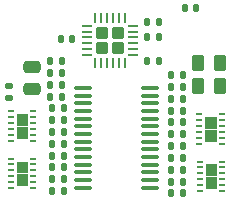
<source format=gbr>
%TF.GenerationSoftware,KiCad,Pcbnew,8.0.5*%
%TF.CreationDate,2024-12-01T15:07:37+09:00*%
%TF.ProjectId,PCA9685_ver4,50434139-3638-4355-9f76-6572342e6b69,rev?*%
%TF.SameCoordinates,Original*%
%TF.FileFunction,Paste,Top*%
%TF.FilePolarity,Positive*%
%FSLAX46Y46*%
G04 Gerber Fmt 4.6, Leading zero omitted, Abs format (unit mm)*
G04 Created by KiCad (PCBNEW 8.0.5) date 2024-12-01 15:07:37*
%MOMM*%
%LPD*%
G01*
G04 APERTURE LIST*
G04 Aperture macros list*
%AMRoundRect*
0 Rectangle with rounded corners*
0 $1 Rounding radius*
0 $2 $3 $4 $5 $6 $7 $8 $9 X,Y pos of 4 corners*
0 Add a 4 corners polygon primitive as box body*
4,1,4,$2,$3,$4,$5,$6,$7,$8,$9,$2,$3,0*
0 Add four circle primitives for the rounded corners*
1,1,$1+$1,$2,$3*
1,1,$1+$1,$4,$5*
1,1,$1+$1,$6,$7*
1,1,$1+$1,$8,$9*
0 Add four rect primitives between the rounded corners*
20,1,$1+$1,$2,$3,$4,$5,0*
20,1,$1+$1,$4,$5,$6,$7,0*
20,1,$1+$1,$6,$7,$8,$9,0*
20,1,$1+$1,$8,$9,$2,$3,0*%
G04 Aperture macros list end*
%ADD10C,0.010000*%
%ADD11RoundRect,0.250000X0.262500X0.450000X-0.262500X0.450000X-0.262500X-0.450000X0.262500X-0.450000X0*%
%ADD12RoundRect,0.135000X-0.135000X-0.185000X0.135000X-0.185000X0.135000X0.185000X-0.135000X0.185000X0*%
%ADD13RoundRect,0.050000X-0.200000X-0.075000X0.200000X-0.075000X0.200000X0.075000X-0.200000X0.075000X0*%
%ADD14RoundRect,0.135000X0.135000X0.185000X-0.135000X0.185000X-0.135000X-0.185000X0.135000X-0.185000X0*%
%ADD15RoundRect,0.050000X0.200000X0.075000X-0.200000X0.075000X-0.200000X-0.075000X0.200000X-0.075000X0*%
%ADD16RoundRect,0.140000X-0.140000X-0.170000X0.140000X-0.170000X0.140000X0.170000X-0.140000X0.170000X0*%
%ADD17RoundRect,0.140000X0.170000X-0.140000X0.170000X0.140000X-0.170000X0.140000X-0.170000X-0.140000X0*%
%ADD18RoundRect,0.100000X-0.637500X-0.100000X0.637500X-0.100000X0.637500X0.100000X-0.637500X0.100000X0*%
%ADD19RoundRect,0.140000X0.140000X0.170000X-0.140000X0.170000X-0.140000X-0.170000X0.140000X-0.170000X0*%
%ADD20RoundRect,0.250000X0.275000X-0.275000X0.275000X0.275000X-0.275000X0.275000X-0.275000X-0.275000X0*%
%ADD21RoundRect,0.062500X0.062500X-0.350000X0.062500X0.350000X-0.062500X0.350000X-0.062500X-0.350000X0*%
%ADD22RoundRect,0.062500X0.350000X-0.062500X0.350000X0.062500X-0.350000X0.062500X-0.350000X-0.062500X0*%
%ADD23RoundRect,0.250000X-0.475000X0.250000X-0.475000X-0.250000X0.475000X-0.250000X0.475000X0.250000X0*%
G04 APERTURE END LIST*
D10*
%TO.C,U3*%
X140908000Y-62501000D02*
X140910000Y-62501000D01*
X140913000Y-62502000D01*
X140915000Y-62502000D01*
X140918000Y-62503000D01*
X140920000Y-62504000D01*
X140923000Y-62505000D01*
X140925000Y-62507000D01*
X140927000Y-62508000D01*
X140929000Y-62510000D01*
X140931000Y-62511000D01*
X140933000Y-62513000D01*
X140935000Y-62515000D01*
X140937000Y-62517000D01*
X140939000Y-62519000D01*
X140940000Y-62521000D01*
X140942000Y-62523000D01*
X140943000Y-62525000D01*
X140945000Y-62527000D01*
X140946000Y-62530000D01*
X140947000Y-62532000D01*
X140948000Y-62535000D01*
X140948000Y-62537000D01*
X140949000Y-62540000D01*
X140949000Y-62542000D01*
X140950000Y-62545000D01*
X140950000Y-62547000D01*
X140950000Y-62550000D01*
X140950000Y-62950000D01*
X140950000Y-63350000D01*
X140950000Y-63353000D01*
X140950000Y-63355000D01*
X140949000Y-63358000D01*
X140949000Y-63360000D01*
X140948000Y-63363000D01*
X140948000Y-63365000D01*
X140947000Y-63368000D01*
X140946000Y-63370000D01*
X140945000Y-63373000D01*
X140943000Y-63375000D01*
X140942000Y-63377000D01*
X140940000Y-63379000D01*
X140939000Y-63381000D01*
X140937000Y-63383000D01*
X140935000Y-63385000D01*
X140933000Y-63387000D01*
X140931000Y-63389000D01*
X140929000Y-63390000D01*
X140927000Y-63392000D01*
X140925000Y-63393000D01*
X140923000Y-63395000D01*
X140920000Y-63396000D01*
X140918000Y-63397000D01*
X140915000Y-63398000D01*
X140913000Y-63398000D01*
X140910000Y-63399000D01*
X140908000Y-63399000D01*
X140905000Y-63400000D01*
X140903000Y-63400000D01*
X140900000Y-63400000D01*
X140500000Y-63400000D01*
X140100000Y-63400000D01*
X140097000Y-63400000D01*
X140095000Y-63400000D01*
X140092000Y-63399000D01*
X140090000Y-63399000D01*
X140087000Y-63398000D01*
X140085000Y-63398000D01*
X140082000Y-63397000D01*
X140080000Y-63396000D01*
X140077000Y-63395000D01*
X140075000Y-63393000D01*
X140073000Y-63392000D01*
X140071000Y-63390000D01*
X140069000Y-63389000D01*
X140067000Y-63387000D01*
X140065000Y-63385000D01*
X140063000Y-63383000D01*
X140061000Y-63381000D01*
X140060000Y-63379000D01*
X140058000Y-63377000D01*
X140057000Y-63375000D01*
X140055000Y-63373000D01*
X140054000Y-63370000D01*
X140053000Y-63368000D01*
X140052000Y-63365000D01*
X140052000Y-63363000D01*
X140051000Y-63360000D01*
X140051000Y-63358000D01*
X140050000Y-63355000D01*
X140050000Y-63353000D01*
X140050000Y-63350000D01*
X140050000Y-62550000D01*
X140050000Y-62547000D01*
X140050000Y-62545000D01*
X140051000Y-62542000D01*
X140051000Y-62540000D01*
X140052000Y-62537000D01*
X140052000Y-62535000D01*
X140053000Y-62532000D01*
X140054000Y-62530000D01*
X140055000Y-62527000D01*
X140057000Y-62525000D01*
X140058000Y-62523000D01*
X140060000Y-62521000D01*
X140061000Y-62519000D01*
X140063000Y-62517000D01*
X140065000Y-62515000D01*
X140067000Y-62513000D01*
X140069000Y-62511000D01*
X140071000Y-62510000D01*
X140073000Y-62508000D01*
X140075000Y-62507000D01*
X140077000Y-62505000D01*
X140080000Y-62504000D01*
X140082000Y-62503000D01*
X140085000Y-62502000D01*
X140087000Y-62502000D01*
X140090000Y-62501000D01*
X140092000Y-62501000D01*
X140095000Y-62500000D01*
X140097000Y-62500000D01*
X140100000Y-62500000D01*
X140900000Y-62500000D01*
X140903000Y-62500000D01*
X140905000Y-62500000D01*
X140908000Y-62501000D01*
G36*
X140908000Y-62501000D02*
G01*
X140910000Y-62501000D01*
X140913000Y-62502000D01*
X140915000Y-62502000D01*
X140918000Y-62503000D01*
X140920000Y-62504000D01*
X140923000Y-62505000D01*
X140925000Y-62507000D01*
X140927000Y-62508000D01*
X140929000Y-62510000D01*
X140931000Y-62511000D01*
X140933000Y-62513000D01*
X140935000Y-62515000D01*
X140937000Y-62517000D01*
X140939000Y-62519000D01*
X140940000Y-62521000D01*
X140942000Y-62523000D01*
X140943000Y-62525000D01*
X140945000Y-62527000D01*
X140946000Y-62530000D01*
X140947000Y-62532000D01*
X140948000Y-62535000D01*
X140948000Y-62537000D01*
X140949000Y-62540000D01*
X140949000Y-62542000D01*
X140950000Y-62545000D01*
X140950000Y-62547000D01*
X140950000Y-62550000D01*
X140950000Y-62950000D01*
X140950000Y-63350000D01*
X140950000Y-63353000D01*
X140950000Y-63355000D01*
X140949000Y-63358000D01*
X140949000Y-63360000D01*
X140948000Y-63363000D01*
X140948000Y-63365000D01*
X140947000Y-63368000D01*
X140946000Y-63370000D01*
X140945000Y-63373000D01*
X140943000Y-63375000D01*
X140942000Y-63377000D01*
X140940000Y-63379000D01*
X140939000Y-63381000D01*
X140937000Y-63383000D01*
X140935000Y-63385000D01*
X140933000Y-63387000D01*
X140931000Y-63389000D01*
X140929000Y-63390000D01*
X140927000Y-63392000D01*
X140925000Y-63393000D01*
X140923000Y-63395000D01*
X140920000Y-63396000D01*
X140918000Y-63397000D01*
X140915000Y-63398000D01*
X140913000Y-63398000D01*
X140910000Y-63399000D01*
X140908000Y-63399000D01*
X140905000Y-63400000D01*
X140903000Y-63400000D01*
X140900000Y-63400000D01*
X140500000Y-63400000D01*
X140100000Y-63400000D01*
X140097000Y-63400000D01*
X140095000Y-63400000D01*
X140092000Y-63399000D01*
X140090000Y-63399000D01*
X140087000Y-63398000D01*
X140085000Y-63398000D01*
X140082000Y-63397000D01*
X140080000Y-63396000D01*
X140077000Y-63395000D01*
X140075000Y-63393000D01*
X140073000Y-63392000D01*
X140071000Y-63390000D01*
X140069000Y-63389000D01*
X140067000Y-63387000D01*
X140065000Y-63385000D01*
X140063000Y-63383000D01*
X140061000Y-63381000D01*
X140060000Y-63379000D01*
X140058000Y-63377000D01*
X140057000Y-63375000D01*
X140055000Y-63373000D01*
X140054000Y-63370000D01*
X140053000Y-63368000D01*
X140052000Y-63365000D01*
X140052000Y-63363000D01*
X140051000Y-63360000D01*
X140051000Y-63358000D01*
X140050000Y-63355000D01*
X140050000Y-63353000D01*
X140050000Y-63350000D01*
X140050000Y-62550000D01*
X140050000Y-62547000D01*
X140050000Y-62545000D01*
X140051000Y-62542000D01*
X140051000Y-62540000D01*
X140052000Y-62537000D01*
X140052000Y-62535000D01*
X140053000Y-62532000D01*
X140054000Y-62530000D01*
X140055000Y-62527000D01*
X140057000Y-62525000D01*
X140058000Y-62523000D01*
X140060000Y-62521000D01*
X140061000Y-62519000D01*
X140063000Y-62517000D01*
X140065000Y-62515000D01*
X140067000Y-62513000D01*
X140069000Y-62511000D01*
X140071000Y-62510000D01*
X140073000Y-62508000D01*
X140075000Y-62507000D01*
X140077000Y-62505000D01*
X140080000Y-62504000D01*
X140082000Y-62503000D01*
X140085000Y-62502000D01*
X140087000Y-62502000D01*
X140090000Y-62501000D01*
X140092000Y-62501000D01*
X140095000Y-62500000D01*
X140097000Y-62500000D01*
X140100000Y-62500000D01*
X140900000Y-62500000D01*
X140903000Y-62500000D01*
X140905000Y-62500000D01*
X140908000Y-62501000D01*
G37*
X140908000Y-63601000D02*
X140910000Y-63601000D01*
X140913000Y-63602000D01*
X140915000Y-63602000D01*
X140918000Y-63603000D01*
X140920000Y-63604000D01*
X140923000Y-63605000D01*
X140925000Y-63607000D01*
X140927000Y-63608000D01*
X140929000Y-63610000D01*
X140931000Y-63611000D01*
X140933000Y-63613000D01*
X140935000Y-63615000D01*
X140937000Y-63617000D01*
X140939000Y-63619000D01*
X140940000Y-63621000D01*
X140942000Y-63623000D01*
X140943000Y-63625000D01*
X140945000Y-63627000D01*
X140946000Y-63630000D01*
X140947000Y-63632000D01*
X140948000Y-63635000D01*
X140948000Y-63637000D01*
X140949000Y-63640000D01*
X140949000Y-63642000D01*
X140950000Y-63645000D01*
X140950000Y-63647000D01*
X140950000Y-63650000D01*
X140950000Y-64050000D01*
X140950000Y-64450000D01*
X140950000Y-64453000D01*
X140950000Y-64455000D01*
X140949000Y-64458000D01*
X140949000Y-64460000D01*
X140948000Y-64463000D01*
X140948000Y-64465000D01*
X140947000Y-64468000D01*
X140946000Y-64470000D01*
X140945000Y-64473000D01*
X140943000Y-64475000D01*
X140942000Y-64477000D01*
X140940000Y-64479000D01*
X140939000Y-64481000D01*
X140937000Y-64483000D01*
X140935000Y-64485000D01*
X140933000Y-64487000D01*
X140931000Y-64489000D01*
X140929000Y-64490000D01*
X140927000Y-64492000D01*
X140925000Y-64493000D01*
X140923000Y-64495000D01*
X140920000Y-64496000D01*
X140918000Y-64497000D01*
X140915000Y-64498000D01*
X140913000Y-64498000D01*
X140910000Y-64499000D01*
X140908000Y-64499000D01*
X140905000Y-64500000D01*
X140903000Y-64500000D01*
X140900000Y-64500000D01*
X140500000Y-64500000D01*
X140100000Y-64500000D01*
X140097000Y-64500000D01*
X140095000Y-64500000D01*
X140092000Y-64499000D01*
X140090000Y-64499000D01*
X140087000Y-64498000D01*
X140085000Y-64498000D01*
X140082000Y-64497000D01*
X140080000Y-64496000D01*
X140077000Y-64495000D01*
X140075000Y-64493000D01*
X140073000Y-64492000D01*
X140071000Y-64490000D01*
X140069000Y-64489000D01*
X140067000Y-64487000D01*
X140065000Y-64485000D01*
X140063000Y-64483000D01*
X140061000Y-64481000D01*
X140060000Y-64479000D01*
X140058000Y-64477000D01*
X140057000Y-64475000D01*
X140055000Y-64473000D01*
X140054000Y-64470000D01*
X140053000Y-64468000D01*
X140052000Y-64465000D01*
X140052000Y-64463000D01*
X140051000Y-64460000D01*
X140051000Y-64458000D01*
X140050000Y-64455000D01*
X140050000Y-64453000D01*
X140050000Y-64450000D01*
X140050000Y-63650000D01*
X140050000Y-63647000D01*
X140050000Y-63645000D01*
X140051000Y-63642000D01*
X140051000Y-63640000D01*
X140052000Y-63637000D01*
X140052000Y-63635000D01*
X140053000Y-63632000D01*
X140054000Y-63630000D01*
X140055000Y-63627000D01*
X140057000Y-63625000D01*
X140058000Y-63623000D01*
X140060000Y-63621000D01*
X140061000Y-63619000D01*
X140063000Y-63617000D01*
X140065000Y-63615000D01*
X140067000Y-63613000D01*
X140069000Y-63611000D01*
X140071000Y-63610000D01*
X140073000Y-63608000D01*
X140075000Y-63607000D01*
X140077000Y-63605000D01*
X140080000Y-63604000D01*
X140082000Y-63603000D01*
X140085000Y-63602000D01*
X140087000Y-63602000D01*
X140090000Y-63601000D01*
X140092000Y-63601000D01*
X140095000Y-63600000D01*
X140097000Y-63600000D01*
X140100000Y-63600000D01*
X140900000Y-63600000D01*
X140903000Y-63600000D01*
X140905000Y-63600000D01*
X140908000Y-63601000D01*
G36*
X140908000Y-63601000D02*
G01*
X140910000Y-63601000D01*
X140913000Y-63602000D01*
X140915000Y-63602000D01*
X140918000Y-63603000D01*
X140920000Y-63604000D01*
X140923000Y-63605000D01*
X140925000Y-63607000D01*
X140927000Y-63608000D01*
X140929000Y-63610000D01*
X140931000Y-63611000D01*
X140933000Y-63613000D01*
X140935000Y-63615000D01*
X140937000Y-63617000D01*
X140939000Y-63619000D01*
X140940000Y-63621000D01*
X140942000Y-63623000D01*
X140943000Y-63625000D01*
X140945000Y-63627000D01*
X140946000Y-63630000D01*
X140947000Y-63632000D01*
X140948000Y-63635000D01*
X140948000Y-63637000D01*
X140949000Y-63640000D01*
X140949000Y-63642000D01*
X140950000Y-63645000D01*
X140950000Y-63647000D01*
X140950000Y-63650000D01*
X140950000Y-64050000D01*
X140950000Y-64450000D01*
X140950000Y-64453000D01*
X140950000Y-64455000D01*
X140949000Y-64458000D01*
X140949000Y-64460000D01*
X140948000Y-64463000D01*
X140948000Y-64465000D01*
X140947000Y-64468000D01*
X140946000Y-64470000D01*
X140945000Y-64473000D01*
X140943000Y-64475000D01*
X140942000Y-64477000D01*
X140940000Y-64479000D01*
X140939000Y-64481000D01*
X140937000Y-64483000D01*
X140935000Y-64485000D01*
X140933000Y-64487000D01*
X140931000Y-64489000D01*
X140929000Y-64490000D01*
X140927000Y-64492000D01*
X140925000Y-64493000D01*
X140923000Y-64495000D01*
X140920000Y-64496000D01*
X140918000Y-64497000D01*
X140915000Y-64498000D01*
X140913000Y-64498000D01*
X140910000Y-64499000D01*
X140908000Y-64499000D01*
X140905000Y-64500000D01*
X140903000Y-64500000D01*
X140900000Y-64500000D01*
X140500000Y-64500000D01*
X140100000Y-64500000D01*
X140097000Y-64500000D01*
X140095000Y-64500000D01*
X140092000Y-64499000D01*
X140090000Y-64499000D01*
X140087000Y-64498000D01*
X140085000Y-64498000D01*
X140082000Y-64497000D01*
X140080000Y-64496000D01*
X140077000Y-64495000D01*
X140075000Y-64493000D01*
X140073000Y-64492000D01*
X140071000Y-64490000D01*
X140069000Y-64489000D01*
X140067000Y-64487000D01*
X140065000Y-64485000D01*
X140063000Y-64483000D01*
X140061000Y-64481000D01*
X140060000Y-64479000D01*
X140058000Y-64477000D01*
X140057000Y-64475000D01*
X140055000Y-64473000D01*
X140054000Y-64470000D01*
X140053000Y-64468000D01*
X140052000Y-64465000D01*
X140052000Y-64463000D01*
X140051000Y-64460000D01*
X140051000Y-64458000D01*
X140050000Y-64455000D01*
X140050000Y-64453000D01*
X140050000Y-64450000D01*
X140050000Y-63650000D01*
X140050000Y-63647000D01*
X140050000Y-63645000D01*
X140051000Y-63642000D01*
X140051000Y-63640000D01*
X140052000Y-63637000D01*
X140052000Y-63635000D01*
X140053000Y-63632000D01*
X140054000Y-63630000D01*
X140055000Y-63627000D01*
X140057000Y-63625000D01*
X140058000Y-63623000D01*
X140060000Y-63621000D01*
X140061000Y-63619000D01*
X140063000Y-63617000D01*
X140065000Y-63615000D01*
X140067000Y-63613000D01*
X140069000Y-63611000D01*
X140071000Y-63610000D01*
X140073000Y-63608000D01*
X140075000Y-63607000D01*
X140077000Y-63605000D01*
X140080000Y-63604000D01*
X140082000Y-63603000D01*
X140085000Y-63602000D01*
X140087000Y-63602000D01*
X140090000Y-63601000D01*
X140092000Y-63601000D01*
X140095000Y-63600000D01*
X140097000Y-63600000D01*
X140100000Y-63600000D01*
X140900000Y-63600000D01*
X140903000Y-63600000D01*
X140905000Y-63600000D01*
X140908000Y-63601000D01*
G37*
%TO.C,U6*%
X156858000Y-62751000D02*
X156860000Y-62751000D01*
X156863000Y-62752000D01*
X156865000Y-62752000D01*
X156868000Y-62753000D01*
X156870000Y-62754000D01*
X156873000Y-62755000D01*
X156875000Y-62757000D01*
X156877000Y-62758000D01*
X156879000Y-62760000D01*
X156881000Y-62761000D01*
X156883000Y-62763000D01*
X156885000Y-62765000D01*
X156887000Y-62767000D01*
X156889000Y-62769000D01*
X156890000Y-62771000D01*
X156892000Y-62773000D01*
X156893000Y-62775000D01*
X156895000Y-62777000D01*
X156896000Y-62780000D01*
X156897000Y-62782000D01*
X156898000Y-62785000D01*
X156898000Y-62787000D01*
X156899000Y-62790000D01*
X156899000Y-62792000D01*
X156900000Y-62795000D01*
X156900000Y-62797000D01*
X156900000Y-62800000D01*
X156900000Y-63600000D01*
X156900000Y-63603000D01*
X156900000Y-63605000D01*
X156899000Y-63608000D01*
X156899000Y-63610000D01*
X156898000Y-63613000D01*
X156898000Y-63615000D01*
X156897000Y-63618000D01*
X156896000Y-63620000D01*
X156895000Y-63623000D01*
X156893000Y-63625000D01*
X156892000Y-63627000D01*
X156890000Y-63629000D01*
X156889000Y-63631000D01*
X156887000Y-63633000D01*
X156885000Y-63635000D01*
X156883000Y-63637000D01*
X156881000Y-63639000D01*
X156879000Y-63640000D01*
X156877000Y-63642000D01*
X156875000Y-63643000D01*
X156873000Y-63645000D01*
X156870000Y-63646000D01*
X156868000Y-63647000D01*
X156865000Y-63648000D01*
X156863000Y-63648000D01*
X156860000Y-63649000D01*
X156858000Y-63649000D01*
X156855000Y-63650000D01*
X156853000Y-63650000D01*
X156850000Y-63650000D01*
X156050000Y-63650000D01*
X156047000Y-63650000D01*
X156045000Y-63650000D01*
X156042000Y-63649000D01*
X156040000Y-63649000D01*
X156037000Y-63648000D01*
X156035000Y-63648000D01*
X156032000Y-63647000D01*
X156030000Y-63646000D01*
X156027000Y-63645000D01*
X156025000Y-63643000D01*
X156023000Y-63642000D01*
X156021000Y-63640000D01*
X156019000Y-63639000D01*
X156017000Y-63637000D01*
X156015000Y-63635000D01*
X156013000Y-63633000D01*
X156011000Y-63631000D01*
X156010000Y-63629000D01*
X156008000Y-63627000D01*
X156007000Y-63625000D01*
X156005000Y-63623000D01*
X156004000Y-63620000D01*
X156003000Y-63618000D01*
X156002000Y-63615000D01*
X156002000Y-63613000D01*
X156001000Y-63610000D01*
X156001000Y-63608000D01*
X156000000Y-63605000D01*
X156000000Y-63603000D01*
X156000000Y-63600000D01*
X156000000Y-63200000D01*
X156000000Y-62800000D01*
X156000000Y-62797000D01*
X156000000Y-62795000D01*
X156001000Y-62792000D01*
X156001000Y-62790000D01*
X156002000Y-62787000D01*
X156002000Y-62785000D01*
X156003000Y-62782000D01*
X156004000Y-62780000D01*
X156005000Y-62777000D01*
X156007000Y-62775000D01*
X156008000Y-62773000D01*
X156010000Y-62771000D01*
X156011000Y-62769000D01*
X156013000Y-62767000D01*
X156015000Y-62765000D01*
X156017000Y-62763000D01*
X156019000Y-62761000D01*
X156021000Y-62760000D01*
X156023000Y-62758000D01*
X156025000Y-62757000D01*
X156027000Y-62755000D01*
X156030000Y-62754000D01*
X156032000Y-62753000D01*
X156035000Y-62752000D01*
X156037000Y-62752000D01*
X156040000Y-62751000D01*
X156042000Y-62751000D01*
X156045000Y-62750000D01*
X156047000Y-62750000D01*
X156050000Y-62750000D01*
X156450000Y-62750000D01*
X156850000Y-62750000D01*
X156853000Y-62750000D01*
X156855000Y-62750000D01*
X156858000Y-62751000D01*
G36*
X156858000Y-62751000D02*
G01*
X156860000Y-62751000D01*
X156863000Y-62752000D01*
X156865000Y-62752000D01*
X156868000Y-62753000D01*
X156870000Y-62754000D01*
X156873000Y-62755000D01*
X156875000Y-62757000D01*
X156877000Y-62758000D01*
X156879000Y-62760000D01*
X156881000Y-62761000D01*
X156883000Y-62763000D01*
X156885000Y-62765000D01*
X156887000Y-62767000D01*
X156889000Y-62769000D01*
X156890000Y-62771000D01*
X156892000Y-62773000D01*
X156893000Y-62775000D01*
X156895000Y-62777000D01*
X156896000Y-62780000D01*
X156897000Y-62782000D01*
X156898000Y-62785000D01*
X156898000Y-62787000D01*
X156899000Y-62790000D01*
X156899000Y-62792000D01*
X156900000Y-62795000D01*
X156900000Y-62797000D01*
X156900000Y-62800000D01*
X156900000Y-63600000D01*
X156900000Y-63603000D01*
X156900000Y-63605000D01*
X156899000Y-63608000D01*
X156899000Y-63610000D01*
X156898000Y-63613000D01*
X156898000Y-63615000D01*
X156897000Y-63618000D01*
X156896000Y-63620000D01*
X156895000Y-63623000D01*
X156893000Y-63625000D01*
X156892000Y-63627000D01*
X156890000Y-63629000D01*
X156889000Y-63631000D01*
X156887000Y-63633000D01*
X156885000Y-63635000D01*
X156883000Y-63637000D01*
X156881000Y-63639000D01*
X156879000Y-63640000D01*
X156877000Y-63642000D01*
X156875000Y-63643000D01*
X156873000Y-63645000D01*
X156870000Y-63646000D01*
X156868000Y-63647000D01*
X156865000Y-63648000D01*
X156863000Y-63648000D01*
X156860000Y-63649000D01*
X156858000Y-63649000D01*
X156855000Y-63650000D01*
X156853000Y-63650000D01*
X156850000Y-63650000D01*
X156050000Y-63650000D01*
X156047000Y-63650000D01*
X156045000Y-63650000D01*
X156042000Y-63649000D01*
X156040000Y-63649000D01*
X156037000Y-63648000D01*
X156035000Y-63648000D01*
X156032000Y-63647000D01*
X156030000Y-63646000D01*
X156027000Y-63645000D01*
X156025000Y-63643000D01*
X156023000Y-63642000D01*
X156021000Y-63640000D01*
X156019000Y-63639000D01*
X156017000Y-63637000D01*
X156015000Y-63635000D01*
X156013000Y-63633000D01*
X156011000Y-63631000D01*
X156010000Y-63629000D01*
X156008000Y-63627000D01*
X156007000Y-63625000D01*
X156005000Y-63623000D01*
X156004000Y-63620000D01*
X156003000Y-63618000D01*
X156002000Y-63615000D01*
X156002000Y-63613000D01*
X156001000Y-63610000D01*
X156001000Y-63608000D01*
X156000000Y-63605000D01*
X156000000Y-63603000D01*
X156000000Y-63600000D01*
X156000000Y-63200000D01*
X156000000Y-62800000D01*
X156000000Y-62797000D01*
X156000000Y-62795000D01*
X156001000Y-62792000D01*
X156001000Y-62790000D01*
X156002000Y-62787000D01*
X156002000Y-62785000D01*
X156003000Y-62782000D01*
X156004000Y-62780000D01*
X156005000Y-62777000D01*
X156007000Y-62775000D01*
X156008000Y-62773000D01*
X156010000Y-62771000D01*
X156011000Y-62769000D01*
X156013000Y-62767000D01*
X156015000Y-62765000D01*
X156017000Y-62763000D01*
X156019000Y-62761000D01*
X156021000Y-62760000D01*
X156023000Y-62758000D01*
X156025000Y-62757000D01*
X156027000Y-62755000D01*
X156030000Y-62754000D01*
X156032000Y-62753000D01*
X156035000Y-62752000D01*
X156037000Y-62752000D01*
X156040000Y-62751000D01*
X156042000Y-62751000D01*
X156045000Y-62750000D01*
X156047000Y-62750000D01*
X156050000Y-62750000D01*
X156450000Y-62750000D01*
X156850000Y-62750000D01*
X156853000Y-62750000D01*
X156855000Y-62750000D01*
X156858000Y-62751000D01*
G37*
X156858000Y-63851000D02*
X156860000Y-63851000D01*
X156863000Y-63852000D01*
X156865000Y-63852000D01*
X156868000Y-63853000D01*
X156870000Y-63854000D01*
X156873000Y-63855000D01*
X156875000Y-63857000D01*
X156877000Y-63858000D01*
X156879000Y-63860000D01*
X156881000Y-63861000D01*
X156883000Y-63863000D01*
X156885000Y-63865000D01*
X156887000Y-63867000D01*
X156889000Y-63869000D01*
X156890000Y-63871000D01*
X156892000Y-63873000D01*
X156893000Y-63875000D01*
X156895000Y-63877000D01*
X156896000Y-63880000D01*
X156897000Y-63882000D01*
X156898000Y-63885000D01*
X156898000Y-63887000D01*
X156899000Y-63890000D01*
X156899000Y-63892000D01*
X156900000Y-63895000D01*
X156900000Y-63897000D01*
X156900000Y-63900000D01*
X156900000Y-64700000D01*
X156900000Y-64703000D01*
X156900000Y-64705000D01*
X156899000Y-64708000D01*
X156899000Y-64710000D01*
X156898000Y-64713000D01*
X156898000Y-64715000D01*
X156897000Y-64718000D01*
X156896000Y-64720000D01*
X156895000Y-64723000D01*
X156893000Y-64725000D01*
X156892000Y-64727000D01*
X156890000Y-64729000D01*
X156889000Y-64731000D01*
X156887000Y-64733000D01*
X156885000Y-64735000D01*
X156883000Y-64737000D01*
X156881000Y-64739000D01*
X156879000Y-64740000D01*
X156877000Y-64742000D01*
X156875000Y-64743000D01*
X156873000Y-64745000D01*
X156870000Y-64746000D01*
X156868000Y-64747000D01*
X156865000Y-64748000D01*
X156863000Y-64748000D01*
X156860000Y-64749000D01*
X156858000Y-64749000D01*
X156855000Y-64750000D01*
X156853000Y-64750000D01*
X156850000Y-64750000D01*
X156050000Y-64750000D01*
X156047000Y-64750000D01*
X156045000Y-64750000D01*
X156042000Y-64749000D01*
X156040000Y-64749000D01*
X156037000Y-64748000D01*
X156035000Y-64748000D01*
X156032000Y-64747000D01*
X156030000Y-64746000D01*
X156027000Y-64745000D01*
X156025000Y-64743000D01*
X156023000Y-64742000D01*
X156021000Y-64740000D01*
X156019000Y-64739000D01*
X156017000Y-64737000D01*
X156015000Y-64735000D01*
X156013000Y-64733000D01*
X156011000Y-64731000D01*
X156010000Y-64729000D01*
X156008000Y-64727000D01*
X156007000Y-64725000D01*
X156005000Y-64723000D01*
X156004000Y-64720000D01*
X156003000Y-64718000D01*
X156002000Y-64715000D01*
X156002000Y-64713000D01*
X156001000Y-64710000D01*
X156001000Y-64708000D01*
X156000000Y-64705000D01*
X156000000Y-64703000D01*
X156000000Y-64700000D01*
X156000000Y-64300000D01*
X156000000Y-63900000D01*
X156000000Y-63897000D01*
X156000000Y-63895000D01*
X156001000Y-63892000D01*
X156001000Y-63890000D01*
X156002000Y-63887000D01*
X156002000Y-63885000D01*
X156003000Y-63882000D01*
X156004000Y-63880000D01*
X156005000Y-63877000D01*
X156007000Y-63875000D01*
X156008000Y-63873000D01*
X156010000Y-63871000D01*
X156011000Y-63869000D01*
X156013000Y-63867000D01*
X156015000Y-63865000D01*
X156017000Y-63863000D01*
X156019000Y-63861000D01*
X156021000Y-63860000D01*
X156023000Y-63858000D01*
X156025000Y-63857000D01*
X156027000Y-63855000D01*
X156030000Y-63854000D01*
X156032000Y-63853000D01*
X156035000Y-63852000D01*
X156037000Y-63852000D01*
X156040000Y-63851000D01*
X156042000Y-63851000D01*
X156045000Y-63850000D01*
X156047000Y-63850000D01*
X156050000Y-63850000D01*
X156450000Y-63850000D01*
X156850000Y-63850000D01*
X156853000Y-63850000D01*
X156855000Y-63850000D01*
X156858000Y-63851000D01*
G36*
X156858000Y-63851000D02*
G01*
X156860000Y-63851000D01*
X156863000Y-63852000D01*
X156865000Y-63852000D01*
X156868000Y-63853000D01*
X156870000Y-63854000D01*
X156873000Y-63855000D01*
X156875000Y-63857000D01*
X156877000Y-63858000D01*
X156879000Y-63860000D01*
X156881000Y-63861000D01*
X156883000Y-63863000D01*
X156885000Y-63865000D01*
X156887000Y-63867000D01*
X156889000Y-63869000D01*
X156890000Y-63871000D01*
X156892000Y-63873000D01*
X156893000Y-63875000D01*
X156895000Y-63877000D01*
X156896000Y-63880000D01*
X156897000Y-63882000D01*
X156898000Y-63885000D01*
X156898000Y-63887000D01*
X156899000Y-63890000D01*
X156899000Y-63892000D01*
X156900000Y-63895000D01*
X156900000Y-63897000D01*
X156900000Y-63900000D01*
X156900000Y-64700000D01*
X156900000Y-64703000D01*
X156900000Y-64705000D01*
X156899000Y-64708000D01*
X156899000Y-64710000D01*
X156898000Y-64713000D01*
X156898000Y-64715000D01*
X156897000Y-64718000D01*
X156896000Y-64720000D01*
X156895000Y-64723000D01*
X156893000Y-64725000D01*
X156892000Y-64727000D01*
X156890000Y-64729000D01*
X156889000Y-64731000D01*
X156887000Y-64733000D01*
X156885000Y-64735000D01*
X156883000Y-64737000D01*
X156881000Y-64739000D01*
X156879000Y-64740000D01*
X156877000Y-64742000D01*
X156875000Y-64743000D01*
X156873000Y-64745000D01*
X156870000Y-64746000D01*
X156868000Y-64747000D01*
X156865000Y-64748000D01*
X156863000Y-64748000D01*
X156860000Y-64749000D01*
X156858000Y-64749000D01*
X156855000Y-64750000D01*
X156853000Y-64750000D01*
X156850000Y-64750000D01*
X156050000Y-64750000D01*
X156047000Y-64750000D01*
X156045000Y-64750000D01*
X156042000Y-64749000D01*
X156040000Y-64749000D01*
X156037000Y-64748000D01*
X156035000Y-64748000D01*
X156032000Y-64747000D01*
X156030000Y-64746000D01*
X156027000Y-64745000D01*
X156025000Y-64743000D01*
X156023000Y-64742000D01*
X156021000Y-64740000D01*
X156019000Y-64739000D01*
X156017000Y-64737000D01*
X156015000Y-64735000D01*
X156013000Y-64733000D01*
X156011000Y-64731000D01*
X156010000Y-64729000D01*
X156008000Y-64727000D01*
X156007000Y-64725000D01*
X156005000Y-64723000D01*
X156004000Y-64720000D01*
X156003000Y-64718000D01*
X156002000Y-64715000D01*
X156002000Y-64713000D01*
X156001000Y-64710000D01*
X156001000Y-64708000D01*
X156000000Y-64705000D01*
X156000000Y-64703000D01*
X156000000Y-64700000D01*
X156000000Y-64300000D01*
X156000000Y-63900000D01*
X156000000Y-63897000D01*
X156000000Y-63895000D01*
X156001000Y-63892000D01*
X156001000Y-63890000D01*
X156002000Y-63887000D01*
X156002000Y-63885000D01*
X156003000Y-63882000D01*
X156004000Y-63880000D01*
X156005000Y-63877000D01*
X156007000Y-63875000D01*
X156008000Y-63873000D01*
X156010000Y-63871000D01*
X156011000Y-63869000D01*
X156013000Y-63867000D01*
X156015000Y-63865000D01*
X156017000Y-63863000D01*
X156019000Y-63861000D01*
X156021000Y-63860000D01*
X156023000Y-63858000D01*
X156025000Y-63857000D01*
X156027000Y-63855000D01*
X156030000Y-63854000D01*
X156032000Y-63853000D01*
X156035000Y-63852000D01*
X156037000Y-63852000D01*
X156040000Y-63851000D01*
X156042000Y-63851000D01*
X156045000Y-63850000D01*
X156047000Y-63850000D01*
X156050000Y-63850000D01*
X156450000Y-63850000D01*
X156850000Y-63850000D01*
X156853000Y-63850000D01*
X156855000Y-63850000D01*
X156858000Y-63851000D01*
G37*
%TO.C,U5*%
X156908000Y-66751000D02*
X156910000Y-66751000D01*
X156913000Y-66752000D01*
X156915000Y-66752000D01*
X156918000Y-66753000D01*
X156920000Y-66754000D01*
X156923000Y-66755000D01*
X156925000Y-66757000D01*
X156927000Y-66758000D01*
X156929000Y-66760000D01*
X156931000Y-66761000D01*
X156933000Y-66763000D01*
X156935000Y-66765000D01*
X156937000Y-66767000D01*
X156939000Y-66769000D01*
X156940000Y-66771000D01*
X156942000Y-66773000D01*
X156943000Y-66775000D01*
X156945000Y-66777000D01*
X156946000Y-66780000D01*
X156947000Y-66782000D01*
X156948000Y-66785000D01*
X156948000Y-66787000D01*
X156949000Y-66790000D01*
X156949000Y-66792000D01*
X156950000Y-66795000D01*
X156950000Y-66797000D01*
X156950000Y-66800000D01*
X156950000Y-67600000D01*
X156950000Y-67603000D01*
X156950000Y-67605000D01*
X156949000Y-67608000D01*
X156949000Y-67610000D01*
X156948000Y-67613000D01*
X156948000Y-67615000D01*
X156947000Y-67618000D01*
X156946000Y-67620000D01*
X156945000Y-67623000D01*
X156943000Y-67625000D01*
X156942000Y-67627000D01*
X156940000Y-67629000D01*
X156939000Y-67631000D01*
X156937000Y-67633000D01*
X156935000Y-67635000D01*
X156933000Y-67637000D01*
X156931000Y-67639000D01*
X156929000Y-67640000D01*
X156927000Y-67642000D01*
X156925000Y-67643000D01*
X156923000Y-67645000D01*
X156920000Y-67646000D01*
X156918000Y-67647000D01*
X156915000Y-67648000D01*
X156913000Y-67648000D01*
X156910000Y-67649000D01*
X156908000Y-67649000D01*
X156905000Y-67650000D01*
X156903000Y-67650000D01*
X156900000Y-67650000D01*
X156100000Y-67650000D01*
X156097000Y-67650000D01*
X156095000Y-67650000D01*
X156092000Y-67649000D01*
X156090000Y-67649000D01*
X156087000Y-67648000D01*
X156085000Y-67648000D01*
X156082000Y-67647000D01*
X156080000Y-67646000D01*
X156077000Y-67645000D01*
X156075000Y-67643000D01*
X156073000Y-67642000D01*
X156071000Y-67640000D01*
X156069000Y-67639000D01*
X156067000Y-67637000D01*
X156065000Y-67635000D01*
X156063000Y-67633000D01*
X156061000Y-67631000D01*
X156060000Y-67629000D01*
X156058000Y-67627000D01*
X156057000Y-67625000D01*
X156055000Y-67623000D01*
X156054000Y-67620000D01*
X156053000Y-67618000D01*
X156052000Y-67615000D01*
X156052000Y-67613000D01*
X156051000Y-67610000D01*
X156051000Y-67608000D01*
X156050000Y-67605000D01*
X156050000Y-67603000D01*
X156050000Y-67600000D01*
X156050000Y-67200000D01*
X156050000Y-66800000D01*
X156050000Y-66797000D01*
X156050000Y-66795000D01*
X156051000Y-66792000D01*
X156051000Y-66790000D01*
X156052000Y-66787000D01*
X156052000Y-66785000D01*
X156053000Y-66782000D01*
X156054000Y-66780000D01*
X156055000Y-66777000D01*
X156057000Y-66775000D01*
X156058000Y-66773000D01*
X156060000Y-66771000D01*
X156061000Y-66769000D01*
X156063000Y-66767000D01*
X156065000Y-66765000D01*
X156067000Y-66763000D01*
X156069000Y-66761000D01*
X156071000Y-66760000D01*
X156073000Y-66758000D01*
X156075000Y-66757000D01*
X156077000Y-66755000D01*
X156080000Y-66754000D01*
X156082000Y-66753000D01*
X156085000Y-66752000D01*
X156087000Y-66752000D01*
X156090000Y-66751000D01*
X156092000Y-66751000D01*
X156095000Y-66750000D01*
X156097000Y-66750000D01*
X156100000Y-66750000D01*
X156500000Y-66750000D01*
X156900000Y-66750000D01*
X156903000Y-66750000D01*
X156905000Y-66750000D01*
X156908000Y-66751000D01*
G36*
X156908000Y-66751000D02*
G01*
X156910000Y-66751000D01*
X156913000Y-66752000D01*
X156915000Y-66752000D01*
X156918000Y-66753000D01*
X156920000Y-66754000D01*
X156923000Y-66755000D01*
X156925000Y-66757000D01*
X156927000Y-66758000D01*
X156929000Y-66760000D01*
X156931000Y-66761000D01*
X156933000Y-66763000D01*
X156935000Y-66765000D01*
X156937000Y-66767000D01*
X156939000Y-66769000D01*
X156940000Y-66771000D01*
X156942000Y-66773000D01*
X156943000Y-66775000D01*
X156945000Y-66777000D01*
X156946000Y-66780000D01*
X156947000Y-66782000D01*
X156948000Y-66785000D01*
X156948000Y-66787000D01*
X156949000Y-66790000D01*
X156949000Y-66792000D01*
X156950000Y-66795000D01*
X156950000Y-66797000D01*
X156950000Y-66800000D01*
X156950000Y-67600000D01*
X156950000Y-67603000D01*
X156950000Y-67605000D01*
X156949000Y-67608000D01*
X156949000Y-67610000D01*
X156948000Y-67613000D01*
X156948000Y-67615000D01*
X156947000Y-67618000D01*
X156946000Y-67620000D01*
X156945000Y-67623000D01*
X156943000Y-67625000D01*
X156942000Y-67627000D01*
X156940000Y-67629000D01*
X156939000Y-67631000D01*
X156937000Y-67633000D01*
X156935000Y-67635000D01*
X156933000Y-67637000D01*
X156931000Y-67639000D01*
X156929000Y-67640000D01*
X156927000Y-67642000D01*
X156925000Y-67643000D01*
X156923000Y-67645000D01*
X156920000Y-67646000D01*
X156918000Y-67647000D01*
X156915000Y-67648000D01*
X156913000Y-67648000D01*
X156910000Y-67649000D01*
X156908000Y-67649000D01*
X156905000Y-67650000D01*
X156903000Y-67650000D01*
X156900000Y-67650000D01*
X156100000Y-67650000D01*
X156097000Y-67650000D01*
X156095000Y-67650000D01*
X156092000Y-67649000D01*
X156090000Y-67649000D01*
X156087000Y-67648000D01*
X156085000Y-67648000D01*
X156082000Y-67647000D01*
X156080000Y-67646000D01*
X156077000Y-67645000D01*
X156075000Y-67643000D01*
X156073000Y-67642000D01*
X156071000Y-67640000D01*
X156069000Y-67639000D01*
X156067000Y-67637000D01*
X156065000Y-67635000D01*
X156063000Y-67633000D01*
X156061000Y-67631000D01*
X156060000Y-67629000D01*
X156058000Y-67627000D01*
X156057000Y-67625000D01*
X156055000Y-67623000D01*
X156054000Y-67620000D01*
X156053000Y-67618000D01*
X156052000Y-67615000D01*
X156052000Y-67613000D01*
X156051000Y-67610000D01*
X156051000Y-67608000D01*
X156050000Y-67605000D01*
X156050000Y-67603000D01*
X156050000Y-67600000D01*
X156050000Y-67200000D01*
X156050000Y-66800000D01*
X156050000Y-66797000D01*
X156050000Y-66795000D01*
X156051000Y-66792000D01*
X156051000Y-66790000D01*
X156052000Y-66787000D01*
X156052000Y-66785000D01*
X156053000Y-66782000D01*
X156054000Y-66780000D01*
X156055000Y-66777000D01*
X156057000Y-66775000D01*
X156058000Y-66773000D01*
X156060000Y-66771000D01*
X156061000Y-66769000D01*
X156063000Y-66767000D01*
X156065000Y-66765000D01*
X156067000Y-66763000D01*
X156069000Y-66761000D01*
X156071000Y-66760000D01*
X156073000Y-66758000D01*
X156075000Y-66757000D01*
X156077000Y-66755000D01*
X156080000Y-66754000D01*
X156082000Y-66753000D01*
X156085000Y-66752000D01*
X156087000Y-66752000D01*
X156090000Y-66751000D01*
X156092000Y-66751000D01*
X156095000Y-66750000D01*
X156097000Y-66750000D01*
X156100000Y-66750000D01*
X156500000Y-66750000D01*
X156900000Y-66750000D01*
X156903000Y-66750000D01*
X156905000Y-66750000D01*
X156908000Y-66751000D01*
G37*
X156908000Y-67851000D02*
X156910000Y-67851000D01*
X156913000Y-67852000D01*
X156915000Y-67852000D01*
X156918000Y-67853000D01*
X156920000Y-67854000D01*
X156923000Y-67855000D01*
X156925000Y-67857000D01*
X156927000Y-67858000D01*
X156929000Y-67860000D01*
X156931000Y-67861000D01*
X156933000Y-67863000D01*
X156935000Y-67865000D01*
X156937000Y-67867000D01*
X156939000Y-67869000D01*
X156940000Y-67871000D01*
X156942000Y-67873000D01*
X156943000Y-67875000D01*
X156945000Y-67877000D01*
X156946000Y-67880000D01*
X156947000Y-67882000D01*
X156948000Y-67885000D01*
X156948000Y-67887000D01*
X156949000Y-67890000D01*
X156949000Y-67892000D01*
X156950000Y-67895000D01*
X156950000Y-67897000D01*
X156950000Y-67900000D01*
X156950000Y-68700000D01*
X156950000Y-68703000D01*
X156950000Y-68705000D01*
X156949000Y-68708000D01*
X156949000Y-68710000D01*
X156948000Y-68713000D01*
X156948000Y-68715000D01*
X156947000Y-68718000D01*
X156946000Y-68720000D01*
X156945000Y-68723000D01*
X156943000Y-68725000D01*
X156942000Y-68727000D01*
X156940000Y-68729000D01*
X156939000Y-68731000D01*
X156937000Y-68733000D01*
X156935000Y-68735000D01*
X156933000Y-68737000D01*
X156931000Y-68739000D01*
X156929000Y-68740000D01*
X156927000Y-68742000D01*
X156925000Y-68743000D01*
X156923000Y-68745000D01*
X156920000Y-68746000D01*
X156918000Y-68747000D01*
X156915000Y-68748000D01*
X156913000Y-68748000D01*
X156910000Y-68749000D01*
X156908000Y-68749000D01*
X156905000Y-68750000D01*
X156903000Y-68750000D01*
X156900000Y-68750000D01*
X156100000Y-68750000D01*
X156097000Y-68750000D01*
X156095000Y-68750000D01*
X156092000Y-68749000D01*
X156090000Y-68749000D01*
X156087000Y-68748000D01*
X156085000Y-68748000D01*
X156082000Y-68747000D01*
X156080000Y-68746000D01*
X156077000Y-68745000D01*
X156075000Y-68743000D01*
X156073000Y-68742000D01*
X156071000Y-68740000D01*
X156069000Y-68739000D01*
X156067000Y-68737000D01*
X156065000Y-68735000D01*
X156063000Y-68733000D01*
X156061000Y-68731000D01*
X156060000Y-68729000D01*
X156058000Y-68727000D01*
X156057000Y-68725000D01*
X156055000Y-68723000D01*
X156054000Y-68720000D01*
X156053000Y-68718000D01*
X156052000Y-68715000D01*
X156052000Y-68713000D01*
X156051000Y-68710000D01*
X156051000Y-68708000D01*
X156050000Y-68705000D01*
X156050000Y-68703000D01*
X156050000Y-68700000D01*
X156050000Y-68300000D01*
X156050000Y-67900000D01*
X156050000Y-67897000D01*
X156050000Y-67895000D01*
X156051000Y-67892000D01*
X156051000Y-67890000D01*
X156052000Y-67887000D01*
X156052000Y-67885000D01*
X156053000Y-67882000D01*
X156054000Y-67880000D01*
X156055000Y-67877000D01*
X156057000Y-67875000D01*
X156058000Y-67873000D01*
X156060000Y-67871000D01*
X156061000Y-67869000D01*
X156063000Y-67867000D01*
X156065000Y-67865000D01*
X156067000Y-67863000D01*
X156069000Y-67861000D01*
X156071000Y-67860000D01*
X156073000Y-67858000D01*
X156075000Y-67857000D01*
X156077000Y-67855000D01*
X156080000Y-67854000D01*
X156082000Y-67853000D01*
X156085000Y-67852000D01*
X156087000Y-67852000D01*
X156090000Y-67851000D01*
X156092000Y-67851000D01*
X156095000Y-67850000D01*
X156097000Y-67850000D01*
X156100000Y-67850000D01*
X156500000Y-67850000D01*
X156900000Y-67850000D01*
X156903000Y-67850000D01*
X156905000Y-67850000D01*
X156908000Y-67851000D01*
G36*
X156908000Y-67851000D02*
G01*
X156910000Y-67851000D01*
X156913000Y-67852000D01*
X156915000Y-67852000D01*
X156918000Y-67853000D01*
X156920000Y-67854000D01*
X156923000Y-67855000D01*
X156925000Y-67857000D01*
X156927000Y-67858000D01*
X156929000Y-67860000D01*
X156931000Y-67861000D01*
X156933000Y-67863000D01*
X156935000Y-67865000D01*
X156937000Y-67867000D01*
X156939000Y-67869000D01*
X156940000Y-67871000D01*
X156942000Y-67873000D01*
X156943000Y-67875000D01*
X156945000Y-67877000D01*
X156946000Y-67880000D01*
X156947000Y-67882000D01*
X156948000Y-67885000D01*
X156948000Y-67887000D01*
X156949000Y-67890000D01*
X156949000Y-67892000D01*
X156950000Y-67895000D01*
X156950000Y-67897000D01*
X156950000Y-67900000D01*
X156950000Y-68700000D01*
X156950000Y-68703000D01*
X156950000Y-68705000D01*
X156949000Y-68708000D01*
X156949000Y-68710000D01*
X156948000Y-68713000D01*
X156948000Y-68715000D01*
X156947000Y-68718000D01*
X156946000Y-68720000D01*
X156945000Y-68723000D01*
X156943000Y-68725000D01*
X156942000Y-68727000D01*
X156940000Y-68729000D01*
X156939000Y-68731000D01*
X156937000Y-68733000D01*
X156935000Y-68735000D01*
X156933000Y-68737000D01*
X156931000Y-68739000D01*
X156929000Y-68740000D01*
X156927000Y-68742000D01*
X156925000Y-68743000D01*
X156923000Y-68745000D01*
X156920000Y-68746000D01*
X156918000Y-68747000D01*
X156915000Y-68748000D01*
X156913000Y-68748000D01*
X156910000Y-68749000D01*
X156908000Y-68749000D01*
X156905000Y-68750000D01*
X156903000Y-68750000D01*
X156900000Y-68750000D01*
X156100000Y-68750000D01*
X156097000Y-68750000D01*
X156095000Y-68750000D01*
X156092000Y-68749000D01*
X156090000Y-68749000D01*
X156087000Y-68748000D01*
X156085000Y-68748000D01*
X156082000Y-68747000D01*
X156080000Y-68746000D01*
X156077000Y-68745000D01*
X156075000Y-68743000D01*
X156073000Y-68742000D01*
X156071000Y-68740000D01*
X156069000Y-68739000D01*
X156067000Y-68737000D01*
X156065000Y-68735000D01*
X156063000Y-68733000D01*
X156061000Y-68731000D01*
X156060000Y-68729000D01*
X156058000Y-68727000D01*
X156057000Y-68725000D01*
X156055000Y-68723000D01*
X156054000Y-68720000D01*
X156053000Y-68718000D01*
X156052000Y-68715000D01*
X156052000Y-68713000D01*
X156051000Y-68710000D01*
X156051000Y-68708000D01*
X156050000Y-68705000D01*
X156050000Y-68703000D01*
X156050000Y-68700000D01*
X156050000Y-68300000D01*
X156050000Y-67900000D01*
X156050000Y-67897000D01*
X156050000Y-67895000D01*
X156051000Y-67892000D01*
X156051000Y-67890000D01*
X156052000Y-67887000D01*
X156052000Y-67885000D01*
X156053000Y-67882000D01*
X156054000Y-67880000D01*
X156055000Y-67877000D01*
X156057000Y-67875000D01*
X156058000Y-67873000D01*
X156060000Y-67871000D01*
X156061000Y-67869000D01*
X156063000Y-67867000D01*
X156065000Y-67865000D01*
X156067000Y-67863000D01*
X156069000Y-67861000D01*
X156071000Y-67860000D01*
X156073000Y-67858000D01*
X156075000Y-67857000D01*
X156077000Y-67855000D01*
X156080000Y-67854000D01*
X156082000Y-67853000D01*
X156085000Y-67852000D01*
X156087000Y-67852000D01*
X156090000Y-67851000D01*
X156092000Y-67851000D01*
X156095000Y-67850000D01*
X156097000Y-67850000D01*
X156100000Y-67850000D01*
X156500000Y-67850000D01*
X156900000Y-67850000D01*
X156903000Y-67850000D01*
X156905000Y-67850000D01*
X156908000Y-67851000D01*
G37*
%TO.C,U4*%
X140908000Y-66501000D02*
X140910000Y-66501000D01*
X140913000Y-66502000D01*
X140915000Y-66502000D01*
X140918000Y-66503000D01*
X140920000Y-66504000D01*
X140923000Y-66505000D01*
X140925000Y-66507000D01*
X140927000Y-66508000D01*
X140929000Y-66510000D01*
X140931000Y-66511000D01*
X140933000Y-66513000D01*
X140935000Y-66515000D01*
X140937000Y-66517000D01*
X140939000Y-66519000D01*
X140940000Y-66521000D01*
X140942000Y-66523000D01*
X140943000Y-66525000D01*
X140945000Y-66527000D01*
X140946000Y-66530000D01*
X140947000Y-66532000D01*
X140948000Y-66535000D01*
X140948000Y-66537000D01*
X140949000Y-66540000D01*
X140949000Y-66542000D01*
X140950000Y-66545000D01*
X140950000Y-66547000D01*
X140950000Y-66550000D01*
X140950000Y-66950000D01*
X140950000Y-67350000D01*
X140950000Y-67353000D01*
X140950000Y-67355000D01*
X140949000Y-67358000D01*
X140949000Y-67360000D01*
X140948000Y-67363000D01*
X140948000Y-67365000D01*
X140947000Y-67368000D01*
X140946000Y-67370000D01*
X140945000Y-67373000D01*
X140943000Y-67375000D01*
X140942000Y-67377000D01*
X140940000Y-67379000D01*
X140939000Y-67381000D01*
X140937000Y-67383000D01*
X140935000Y-67385000D01*
X140933000Y-67387000D01*
X140931000Y-67389000D01*
X140929000Y-67390000D01*
X140927000Y-67392000D01*
X140925000Y-67393000D01*
X140923000Y-67395000D01*
X140920000Y-67396000D01*
X140918000Y-67397000D01*
X140915000Y-67398000D01*
X140913000Y-67398000D01*
X140910000Y-67399000D01*
X140908000Y-67399000D01*
X140905000Y-67400000D01*
X140903000Y-67400000D01*
X140900000Y-67400000D01*
X140500000Y-67400000D01*
X140100000Y-67400000D01*
X140097000Y-67400000D01*
X140095000Y-67400000D01*
X140092000Y-67399000D01*
X140090000Y-67399000D01*
X140087000Y-67398000D01*
X140085000Y-67398000D01*
X140082000Y-67397000D01*
X140080000Y-67396000D01*
X140077000Y-67395000D01*
X140075000Y-67393000D01*
X140073000Y-67392000D01*
X140071000Y-67390000D01*
X140069000Y-67389000D01*
X140067000Y-67387000D01*
X140065000Y-67385000D01*
X140063000Y-67383000D01*
X140061000Y-67381000D01*
X140060000Y-67379000D01*
X140058000Y-67377000D01*
X140057000Y-67375000D01*
X140055000Y-67373000D01*
X140054000Y-67370000D01*
X140053000Y-67368000D01*
X140052000Y-67365000D01*
X140052000Y-67363000D01*
X140051000Y-67360000D01*
X140051000Y-67358000D01*
X140050000Y-67355000D01*
X140050000Y-67353000D01*
X140050000Y-67350000D01*
X140050000Y-66550000D01*
X140050000Y-66547000D01*
X140050000Y-66545000D01*
X140051000Y-66542000D01*
X140051000Y-66540000D01*
X140052000Y-66537000D01*
X140052000Y-66535000D01*
X140053000Y-66532000D01*
X140054000Y-66530000D01*
X140055000Y-66527000D01*
X140057000Y-66525000D01*
X140058000Y-66523000D01*
X140060000Y-66521000D01*
X140061000Y-66519000D01*
X140063000Y-66517000D01*
X140065000Y-66515000D01*
X140067000Y-66513000D01*
X140069000Y-66511000D01*
X140071000Y-66510000D01*
X140073000Y-66508000D01*
X140075000Y-66507000D01*
X140077000Y-66505000D01*
X140080000Y-66504000D01*
X140082000Y-66503000D01*
X140085000Y-66502000D01*
X140087000Y-66502000D01*
X140090000Y-66501000D01*
X140092000Y-66501000D01*
X140095000Y-66500000D01*
X140097000Y-66500000D01*
X140100000Y-66500000D01*
X140900000Y-66500000D01*
X140903000Y-66500000D01*
X140905000Y-66500000D01*
X140908000Y-66501000D01*
G36*
X140908000Y-66501000D02*
G01*
X140910000Y-66501000D01*
X140913000Y-66502000D01*
X140915000Y-66502000D01*
X140918000Y-66503000D01*
X140920000Y-66504000D01*
X140923000Y-66505000D01*
X140925000Y-66507000D01*
X140927000Y-66508000D01*
X140929000Y-66510000D01*
X140931000Y-66511000D01*
X140933000Y-66513000D01*
X140935000Y-66515000D01*
X140937000Y-66517000D01*
X140939000Y-66519000D01*
X140940000Y-66521000D01*
X140942000Y-66523000D01*
X140943000Y-66525000D01*
X140945000Y-66527000D01*
X140946000Y-66530000D01*
X140947000Y-66532000D01*
X140948000Y-66535000D01*
X140948000Y-66537000D01*
X140949000Y-66540000D01*
X140949000Y-66542000D01*
X140950000Y-66545000D01*
X140950000Y-66547000D01*
X140950000Y-66550000D01*
X140950000Y-66950000D01*
X140950000Y-67350000D01*
X140950000Y-67353000D01*
X140950000Y-67355000D01*
X140949000Y-67358000D01*
X140949000Y-67360000D01*
X140948000Y-67363000D01*
X140948000Y-67365000D01*
X140947000Y-67368000D01*
X140946000Y-67370000D01*
X140945000Y-67373000D01*
X140943000Y-67375000D01*
X140942000Y-67377000D01*
X140940000Y-67379000D01*
X140939000Y-67381000D01*
X140937000Y-67383000D01*
X140935000Y-67385000D01*
X140933000Y-67387000D01*
X140931000Y-67389000D01*
X140929000Y-67390000D01*
X140927000Y-67392000D01*
X140925000Y-67393000D01*
X140923000Y-67395000D01*
X140920000Y-67396000D01*
X140918000Y-67397000D01*
X140915000Y-67398000D01*
X140913000Y-67398000D01*
X140910000Y-67399000D01*
X140908000Y-67399000D01*
X140905000Y-67400000D01*
X140903000Y-67400000D01*
X140900000Y-67400000D01*
X140500000Y-67400000D01*
X140100000Y-67400000D01*
X140097000Y-67400000D01*
X140095000Y-67400000D01*
X140092000Y-67399000D01*
X140090000Y-67399000D01*
X140087000Y-67398000D01*
X140085000Y-67398000D01*
X140082000Y-67397000D01*
X140080000Y-67396000D01*
X140077000Y-67395000D01*
X140075000Y-67393000D01*
X140073000Y-67392000D01*
X140071000Y-67390000D01*
X140069000Y-67389000D01*
X140067000Y-67387000D01*
X140065000Y-67385000D01*
X140063000Y-67383000D01*
X140061000Y-67381000D01*
X140060000Y-67379000D01*
X140058000Y-67377000D01*
X140057000Y-67375000D01*
X140055000Y-67373000D01*
X140054000Y-67370000D01*
X140053000Y-67368000D01*
X140052000Y-67365000D01*
X140052000Y-67363000D01*
X140051000Y-67360000D01*
X140051000Y-67358000D01*
X140050000Y-67355000D01*
X140050000Y-67353000D01*
X140050000Y-67350000D01*
X140050000Y-66550000D01*
X140050000Y-66547000D01*
X140050000Y-66545000D01*
X140051000Y-66542000D01*
X140051000Y-66540000D01*
X140052000Y-66537000D01*
X140052000Y-66535000D01*
X140053000Y-66532000D01*
X140054000Y-66530000D01*
X140055000Y-66527000D01*
X140057000Y-66525000D01*
X140058000Y-66523000D01*
X140060000Y-66521000D01*
X140061000Y-66519000D01*
X140063000Y-66517000D01*
X140065000Y-66515000D01*
X140067000Y-66513000D01*
X140069000Y-66511000D01*
X140071000Y-66510000D01*
X140073000Y-66508000D01*
X140075000Y-66507000D01*
X140077000Y-66505000D01*
X140080000Y-66504000D01*
X140082000Y-66503000D01*
X140085000Y-66502000D01*
X140087000Y-66502000D01*
X140090000Y-66501000D01*
X140092000Y-66501000D01*
X140095000Y-66500000D01*
X140097000Y-66500000D01*
X140100000Y-66500000D01*
X140900000Y-66500000D01*
X140903000Y-66500000D01*
X140905000Y-66500000D01*
X140908000Y-66501000D01*
G37*
X140908000Y-67601000D02*
X140910000Y-67601000D01*
X140913000Y-67602000D01*
X140915000Y-67602000D01*
X140918000Y-67603000D01*
X140920000Y-67604000D01*
X140923000Y-67605000D01*
X140925000Y-67607000D01*
X140927000Y-67608000D01*
X140929000Y-67610000D01*
X140931000Y-67611000D01*
X140933000Y-67613000D01*
X140935000Y-67615000D01*
X140937000Y-67617000D01*
X140939000Y-67619000D01*
X140940000Y-67621000D01*
X140942000Y-67623000D01*
X140943000Y-67625000D01*
X140945000Y-67627000D01*
X140946000Y-67630000D01*
X140947000Y-67632000D01*
X140948000Y-67635000D01*
X140948000Y-67637000D01*
X140949000Y-67640000D01*
X140949000Y-67642000D01*
X140950000Y-67645000D01*
X140950000Y-67647000D01*
X140950000Y-67650000D01*
X140950000Y-68050000D01*
X140950000Y-68450000D01*
X140950000Y-68453000D01*
X140950000Y-68455000D01*
X140949000Y-68458000D01*
X140949000Y-68460000D01*
X140948000Y-68463000D01*
X140948000Y-68465000D01*
X140947000Y-68468000D01*
X140946000Y-68470000D01*
X140945000Y-68473000D01*
X140943000Y-68475000D01*
X140942000Y-68477000D01*
X140940000Y-68479000D01*
X140939000Y-68481000D01*
X140937000Y-68483000D01*
X140935000Y-68485000D01*
X140933000Y-68487000D01*
X140931000Y-68489000D01*
X140929000Y-68490000D01*
X140927000Y-68492000D01*
X140925000Y-68493000D01*
X140923000Y-68495000D01*
X140920000Y-68496000D01*
X140918000Y-68497000D01*
X140915000Y-68498000D01*
X140913000Y-68498000D01*
X140910000Y-68499000D01*
X140908000Y-68499000D01*
X140905000Y-68500000D01*
X140903000Y-68500000D01*
X140900000Y-68500000D01*
X140500000Y-68500000D01*
X140100000Y-68500000D01*
X140097000Y-68500000D01*
X140095000Y-68500000D01*
X140092000Y-68499000D01*
X140090000Y-68499000D01*
X140087000Y-68498000D01*
X140085000Y-68498000D01*
X140082000Y-68497000D01*
X140080000Y-68496000D01*
X140077000Y-68495000D01*
X140075000Y-68493000D01*
X140073000Y-68492000D01*
X140071000Y-68490000D01*
X140069000Y-68489000D01*
X140067000Y-68487000D01*
X140065000Y-68485000D01*
X140063000Y-68483000D01*
X140061000Y-68481000D01*
X140060000Y-68479000D01*
X140058000Y-68477000D01*
X140057000Y-68475000D01*
X140055000Y-68473000D01*
X140054000Y-68470000D01*
X140053000Y-68468000D01*
X140052000Y-68465000D01*
X140052000Y-68463000D01*
X140051000Y-68460000D01*
X140051000Y-68458000D01*
X140050000Y-68455000D01*
X140050000Y-68453000D01*
X140050000Y-68450000D01*
X140050000Y-67650000D01*
X140050000Y-67647000D01*
X140050000Y-67645000D01*
X140051000Y-67642000D01*
X140051000Y-67640000D01*
X140052000Y-67637000D01*
X140052000Y-67635000D01*
X140053000Y-67632000D01*
X140054000Y-67630000D01*
X140055000Y-67627000D01*
X140057000Y-67625000D01*
X140058000Y-67623000D01*
X140060000Y-67621000D01*
X140061000Y-67619000D01*
X140063000Y-67617000D01*
X140065000Y-67615000D01*
X140067000Y-67613000D01*
X140069000Y-67611000D01*
X140071000Y-67610000D01*
X140073000Y-67608000D01*
X140075000Y-67607000D01*
X140077000Y-67605000D01*
X140080000Y-67604000D01*
X140082000Y-67603000D01*
X140085000Y-67602000D01*
X140087000Y-67602000D01*
X140090000Y-67601000D01*
X140092000Y-67601000D01*
X140095000Y-67600000D01*
X140097000Y-67600000D01*
X140100000Y-67600000D01*
X140900000Y-67600000D01*
X140903000Y-67600000D01*
X140905000Y-67600000D01*
X140908000Y-67601000D01*
G36*
X140908000Y-67601000D02*
G01*
X140910000Y-67601000D01*
X140913000Y-67602000D01*
X140915000Y-67602000D01*
X140918000Y-67603000D01*
X140920000Y-67604000D01*
X140923000Y-67605000D01*
X140925000Y-67607000D01*
X140927000Y-67608000D01*
X140929000Y-67610000D01*
X140931000Y-67611000D01*
X140933000Y-67613000D01*
X140935000Y-67615000D01*
X140937000Y-67617000D01*
X140939000Y-67619000D01*
X140940000Y-67621000D01*
X140942000Y-67623000D01*
X140943000Y-67625000D01*
X140945000Y-67627000D01*
X140946000Y-67630000D01*
X140947000Y-67632000D01*
X140948000Y-67635000D01*
X140948000Y-67637000D01*
X140949000Y-67640000D01*
X140949000Y-67642000D01*
X140950000Y-67645000D01*
X140950000Y-67647000D01*
X140950000Y-67650000D01*
X140950000Y-68050000D01*
X140950000Y-68450000D01*
X140950000Y-68453000D01*
X140950000Y-68455000D01*
X140949000Y-68458000D01*
X140949000Y-68460000D01*
X140948000Y-68463000D01*
X140948000Y-68465000D01*
X140947000Y-68468000D01*
X140946000Y-68470000D01*
X140945000Y-68473000D01*
X140943000Y-68475000D01*
X140942000Y-68477000D01*
X140940000Y-68479000D01*
X140939000Y-68481000D01*
X140937000Y-68483000D01*
X140935000Y-68485000D01*
X140933000Y-68487000D01*
X140931000Y-68489000D01*
X140929000Y-68490000D01*
X140927000Y-68492000D01*
X140925000Y-68493000D01*
X140923000Y-68495000D01*
X140920000Y-68496000D01*
X140918000Y-68497000D01*
X140915000Y-68498000D01*
X140913000Y-68498000D01*
X140910000Y-68499000D01*
X140908000Y-68499000D01*
X140905000Y-68500000D01*
X140903000Y-68500000D01*
X140900000Y-68500000D01*
X140500000Y-68500000D01*
X140100000Y-68500000D01*
X140097000Y-68500000D01*
X140095000Y-68500000D01*
X140092000Y-68499000D01*
X140090000Y-68499000D01*
X140087000Y-68498000D01*
X140085000Y-68498000D01*
X140082000Y-68497000D01*
X140080000Y-68496000D01*
X140077000Y-68495000D01*
X140075000Y-68493000D01*
X140073000Y-68492000D01*
X140071000Y-68490000D01*
X140069000Y-68489000D01*
X140067000Y-68487000D01*
X140065000Y-68485000D01*
X140063000Y-68483000D01*
X140061000Y-68481000D01*
X140060000Y-68479000D01*
X140058000Y-68477000D01*
X140057000Y-68475000D01*
X140055000Y-68473000D01*
X140054000Y-68470000D01*
X140053000Y-68468000D01*
X140052000Y-68465000D01*
X140052000Y-68463000D01*
X140051000Y-68460000D01*
X140051000Y-68458000D01*
X140050000Y-68455000D01*
X140050000Y-68453000D01*
X140050000Y-68450000D01*
X140050000Y-67650000D01*
X140050000Y-67647000D01*
X140050000Y-67645000D01*
X140051000Y-67642000D01*
X140051000Y-67640000D01*
X140052000Y-67637000D01*
X140052000Y-67635000D01*
X140053000Y-67632000D01*
X140054000Y-67630000D01*
X140055000Y-67627000D01*
X140057000Y-67625000D01*
X140058000Y-67623000D01*
X140060000Y-67621000D01*
X140061000Y-67619000D01*
X140063000Y-67617000D01*
X140065000Y-67615000D01*
X140067000Y-67613000D01*
X140069000Y-67611000D01*
X140071000Y-67610000D01*
X140073000Y-67608000D01*
X140075000Y-67607000D01*
X140077000Y-67605000D01*
X140080000Y-67604000D01*
X140082000Y-67603000D01*
X140085000Y-67602000D01*
X140087000Y-67602000D01*
X140090000Y-67601000D01*
X140092000Y-67601000D01*
X140095000Y-67600000D01*
X140097000Y-67600000D01*
X140100000Y-67600000D01*
X140900000Y-67600000D01*
X140903000Y-67600000D01*
X140905000Y-67600000D01*
X140908000Y-67601000D01*
G37*
%TD*%
D11*
%TO.C,R26*%
X157212500Y-60100000D03*
X155387500Y-60100000D03*
%TD*%
D12*
%TO.C,R1*%
X153090000Y-61200000D03*
X154110000Y-61200000D03*
%TD*%
%TO.C,R19*%
X142890000Y-58000000D03*
X143910000Y-58000000D03*
%TD*%
%TO.C,R18*%
X153080000Y-62200000D03*
X154100000Y-62200000D03*
%TD*%
D13*
%TO.C,U3*%
X139550000Y-62250000D03*
X139550000Y-62750000D03*
X139550000Y-63250000D03*
X139550000Y-63750000D03*
X139550000Y-64250000D03*
X139550000Y-64750000D03*
X141450000Y-64750000D03*
X141450000Y-64250000D03*
X141450000Y-63750000D03*
X141450000Y-63250000D03*
X141450000Y-62750000D03*
X141450000Y-62250000D03*
%TD*%
D12*
%TO.C,R16*%
X153070000Y-64200000D03*
X154090000Y-64200000D03*
%TD*%
D14*
%TO.C,R4*%
X144010000Y-63000000D03*
X142990000Y-63000000D03*
%TD*%
D15*
%TO.C,U6*%
X157400000Y-65000000D03*
X157400000Y-64500000D03*
X157400000Y-64000000D03*
X157400000Y-63500000D03*
X157400000Y-63000000D03*
X157400000Y-62500000D03*
X155500000Y-62500000D03*
X155500000Y-63000000D03*
X155500000Y-63500000D03*
X155500000Y-64000000D03*
X155500000Y-64500000D03*
X155500000Y-65000000D03*
%TD*%
D16*
%TO.C,C5*%
X151093750Y-54700000D03*
X152053750Y-54700000D03*
%TD*%
D14*
%TO.C,R3*%
X144020000Y-62000000D03*
X143000000Y-62000000D03*
%TD*%
D15*
%TO.C,U5*%
X157450000Y-69000000D03*
X157450000Y-68500000D03*
X157450000Y-68000000D03*
X157450000Y-67500000D03*
X157450000Y-67000000D03*
X157450000Y-66500000D03*
X155550000Y-66500000D03*
X155550000Y-67000000D03*
X155550000Y-67500000D03*
X155550000Y-68000000D03*
X155550000Y-68500000D03*
X155550000Y-69000000D03*
%TD*%
D17*
%TO.C,C3*%
X139400000Y-61100000D03*
X139400000Y-60140000D03*
%TD*%
D12*
%TO.C,R14*%
X153070000Y-66200000D03*
X154090000Y-66200000D03*
%TD*%
%TO.C,R21*%
X142880000Y-60000000D03*
X143900000Y-60000000D03*
%TD*%
%TO.C,R11*%
X153070000Y-69200000D03*
X154090000Y-69200000D03*
%TD*%
D18*
%TO.C,U1*%
X145637500Y-60275000D03*
X145637500Y-60925000D03*
X145637500Y-61575000D03*
X145637500Y-62225000D03*
X145637500Y-62875000D03*
X145637500Y-63525000D03*
X145637500Y-64175000D03*
X145637500Y-64825000D03*
X145637500Y-65475000D03*
X145637500Y-66125000D03*
X145637500Y-66775000D03*
X145637500Y-67425000D03*
X145637500Y-68075000D03*
X145637500Y-68725000D03*
X151362500Y-68725000D03*
X151362500Y-68075000D03*
X151362500Y-67425000D03*
X151362500Y-66775000D03*
X151362500Y-66125000D03*
X151362500Y-65475000D03*
X151362500Y-64825000D03*
X151362500Y-64175000D03*
X151362500Y-63525000D03*
X151362500Y-62875000D03*
X151362500Y-62225000D03*
X151362500Y-61575000D03*
X151362500Y-60925000D03*
X151362500Y-60275000D03*
%TD*%
D14*
%TO.C,R5*%
X144010000Y-64000000D03*
X142990000Y-64000000D03*
%TD*%
D12*
%TO.C,R15*%
X153080000Y-65200000D03*
X154100000Y-65200000D03*
%TD*%
D11*
%TO.C,R25*%
X157212500Y-58200000D03*
X155387500Y-58200000D03*
%TD*%
D16*
%TO.C,C1*%
X153120000Y-59200000D03*
X154080000Y-59200000D03*
%TD*%
D12*
%TO.C,R13*%
X153070000Y-67200000D03*
X154090000Y-67200000D03*
%TD*%
D14*
%TO.C,R8*%
X144010000Y-67000000D03*
X142990000Y-67000000D03*
%TD*%
%TO.C,R9*%
X144010000Y-68000000D03*
X142990000Y-68000000D03*
%TD*%
D16*
%TO.C,C7*%
X151093750Y-56000000D03*
X152053750Y-56000000D03*
%TD*%
D14*
%TO.C,R10*%
X144020000Y-69000000D03*
X143000000Y-69000000D03*
%TD*%
D19*
%TO.C,C4*%
X144753750Y-56100000D03*
X143793750Y-56100000D03*
%TD*%
D20*
%TO.C,U2*%
X147293750Y-56900000D03*
X148593750Y-56900000D03*
X147293750Y-55600000D03*
X148593750Y-55600000D03*
D21*
X146693750Y-58187500D03*
X147193750Y-58187500D03*
X147693750Y-58187500D03*
X148193750Y-58187500D03*
X148693750Y-58187500D03*
X149193750Y-58187500D03*
D22*
X149881250Y-57500000D03*
X149881250Y-57000000D03*
X149881250Y-56500000D03*
X149881250Y-56000000D03*
X149881250Y-55500000D03*
X149881250Y-55000000D03*
D21*
X149193750Y-54312500D03*
X148693750Y-54312500D03*
X148193750Y-54312500D03*
X147693750Y-54312500D03*
X147193750Y-54312500D03*
X146693750Y-54312500D03*
D22*
X146006250Y-55000000D03*
X146006250Y-55500000D03*
X146006250Y-56000000D03*
X146006250Y-56500000D03*
X146006250Y-57000000D03*
X146006250Y-57500000D03*
%TD*%
D23*
%TO.C,C2*%
X141300000Y-58500000D03*
X141300000Y-60400000D03*
%TD*%
D12*
%TO.C,R12*%
X153060000Y-68200000D03*
X154080000Y-68200000D03*
%TD*%
D14*
%TO.C,R6*%
X144010000Y-65000000D03*
X142990000Y-65000000D03*
%TD*%
D12*
%TO.C,R20*%
X142890000Y-59000000D03*
X143910000Y-59000000D03*
%TD*%
D16*
%TO.C,C8*%
X154270000Y-53500000D03*
X155230000Y-53500000D03*
%TD*%
D12*
%TO.C,R2*%
X153090000Y-60200000D03*
X154110000Y-60200000D03*
%TD*%
%TO.C,R22*%
X142890000Y-61000000D03*
X143910000Y-61000000D03*
%TD*%
D16*
%TO.C,C6*%
X151093750Y-58000000D03*
X152053750Y-58000000D03*
%TD*%
D14*
%TO.C,R7*%
X144020000Y-66000000D03*
X143000000Y-66000000D03*
%TD*%
D12*
%TO.C,R17*%
X153080000Y-63190000D03*
X154100000Y-63190000D03*
%TD*%
D13*
%TO.C,U4*%
X139550000Y-66250000D03*
X139550000Y-66750000D03*
X139550000Y-67250000D03*
X139550000Y-67750000D03*
X139550000Y-68250000D03*
X139550000Y-68750000D03*
X141450000Y-68750000D03*
X141450000Y-68250000D03*
X141450000Y-67750000D03*
X141450000Y-67250000D03*
X141450000Y-66750000D03*
X141450000Y-66250000D03*
%TD*%
M02*

</source>
